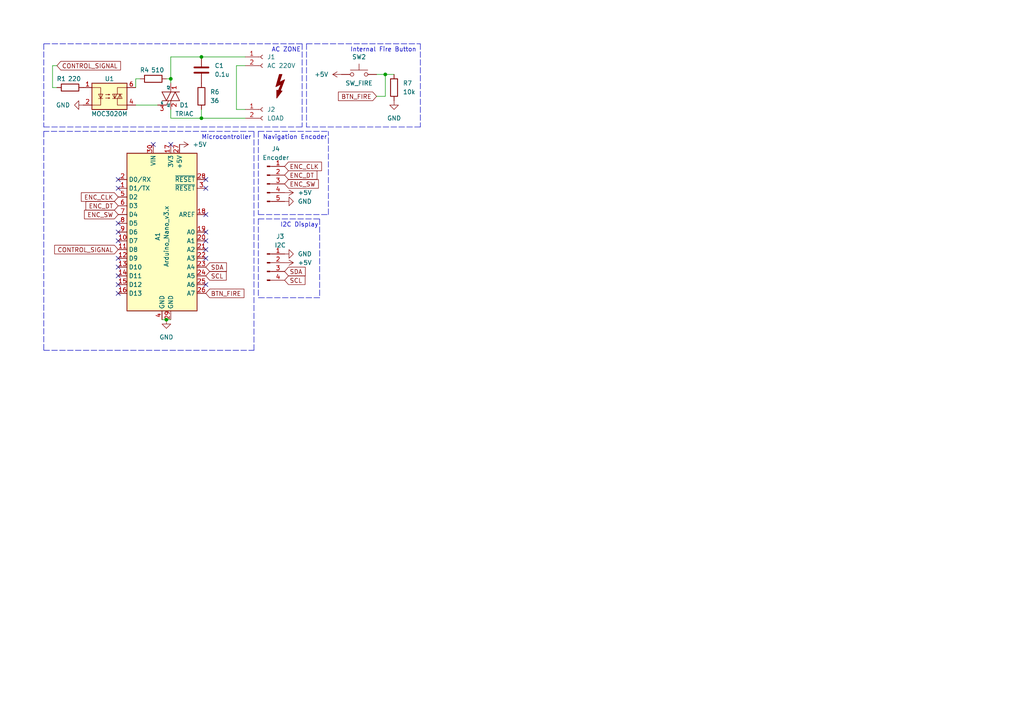
<source format=kicad_sch>
(kicad_sch (version 20211123) (generator eeschema)
  (paper "A4")
  (lib_symbols
    (symbol "Connector:Conn_01x02_Female" (pin_names (offset 1.016) hide)
      (property "Reference" "J" (at 0 2.54 0))
      (property "Value" "Conn_01x02_Female" (at 0 -5.08 0))
      (symbol "Conn_01x02_Female_1_1"
        (arc (start 0 -2.032) (mid -0.508 -2.54) (end 0 -3.048) (stroke (width 0.1524)))
        (polyline (pts (xy -1.27 -2.54) (xy -0.508 -2.54)) (stroke (width 0.1524)))
        (polyline (pts (xy -1.27 0) (xy -0.508 0)) (stroke (width 0.1524)))
        (arc (start 0 0.508) (mid -0.508 0) (end 0 -0.508) (stroke (width 0.1524)))
        (pin passive line (at -5.08 0 0) (length 3.81) (name "Pin_1") (number "1"))
        (pin passive line (at -5.08 -2.54 0) (length 3.81) (name "Pin_2") (number "2"))
      )
    )
    (symbol "Connector:Conn_01x04_Male" (pin_names (offset 1.016) hide)
      (property "Reference" "J" (at 0 5.08 0))
      (property "Value" "Conn_01x04_Male" (at 0 -7.62 0))
      (symbol "Conn_01x04_Male_1_1"
        (polyline (pts (xy 1.27 -5.08) (xy 0.8636 -5.08)) (stroke (width 0.1524)))
        (polyline (pts (xy 1.27 -2.54) (xy 0.8636 -2.54)) (stroke (width 0.1524)))
        (polyline (pts (xy 1.27 0) (xy 0.8636 0)) (stroke (width 0.1524)))
        (polyline (pts (xy 1.27 2.54) (xy 0.8636 2.54)) (stroke (width 0.1524)))
        (rectangle (start 0.8636 -4.953) (end 0 -5.207) (stroke (width 0.1524)) (fill (type outline)))
        (rectangle (start 0.8636 -2.413) (end 0 -2.667) (stroke (width 0.1524)) (fill (type outline)))
        (rectangle (start 0.8636 0.127) (end 0 -0.127) (stroke (width 0.1524)) (fill (type outline)))
        (rectangle (start 0.8636 2.667) (end 0 2.413) (stroke (width 0.1524)) (fill (type outline)))
        (pin passive line (at 5.08 2.54 180) (length 3.81) (name "Pin_1") (number "1"))
        (pin passive line (at 5.08 0 180) (length 3.81) (name "Pin_2") (number "2"))
        (pin passive line (at 5.08 -2.54 180) (length 3.81) (name "Pin_3") (number "3"))
        (pin passive line (at 5.08 -5.08 180) (length 3.81) (name "Pin_4") (number "4"))
      )
    )
    (symbol "Connector:Conn_01x05_Male" (pin_names (offset 1.016) hide)
      (property "Reference" "J" (at 0 7.62 0))
      (property "Value" "Conn_01x05_Male" (at 0 -7.62 0))
      (symbol "Conn_01x05_Male_1_1"
        (polyline (pts (xy 1.27 -5.08) (xy 0.8636 -5.08)) (stroke (width 0.1524)))
        (polyline (pts (xy 1.27 -2.54) (xy 0.8636 -2.54)) (stroke (width 0.1524)))
        (polyline (pts (xy 1.27 0) (xy 0.8636 0)) (stroke (width 0.1524)))
        (polyline (pts (xy 1.27 2.54) (xy 0.8636 2.54)) (stroke (width 0.1524)))
        (polyline (pts (xy 1.27 5.08) (xy 0.8636 5.08)) (stroke (width 0.1524)))
        (rectangle (start 0.8636 -4.953) (end 0 -5.207) (stroke (width 0.1524)) (fill (type outline)))
        (rectangle (start 0.8636 -2.413) (end 0 -2.667) (stroke (width 0.1524)) (fill (type outline)))
        (rectangle (start 0.8636 0.127) (end 0 -0.127) (stroke (width 0.1524)) (fill (type outline)))
        (rectangle (start 0.8636 2.667) (end 0 2.413) (stroke (width 0.1524)) (fill (type outline)))
        (rectangle (start 0.8636 5.207) (end 0 4.953) (stroke (width 0.1524)) (fill (type outline)))
        (pin passive line (at 5.08 5.08 180) (length 3.81) (name "Pin_1") (number "1"))
        (pin passive line (at 5.08 2.54 180) (length 3.81) (name "Pin_2") (number "2"))
        (pin passive line (at 5.08 0 180) (length 3.81) (name "Pin_3") (number "3"))
        (pin passive line (at 5.08 -2.54 180) (length 3.81) (name "Pin_4") (number "4"))
        (pin passive line (at 5.08 -5.08 180) (length 3.81) (name "Pin_5") (number "5"))
      )
    )
    (symbol "Device:C" (pin_numbers hide) (pin_names (offset 0.254))
      (property "Reference" "C" (at 0.635 2.54 0))
      (property "Value" "C" (at 0.635 -2.54 0))
      (symbol "C_0_1"
        (polyline (pts (xy -2.032 -0.762) (xy 2.032 -0.762)) (stroke (width 0.508)))
        (polyline (pts (xy -2.032 0.762) (xy 2.032 0.762)) (stroke (width 0.508)))
      )
      (symbol "C_1_1"
        (pin passive line (at 0 3.81 270) (length 2.794) (name "~") (number "1"))
        (pin passive line (at 0 -3.81 90) (length 2.794) (name "~") (number "2"))
      )
    )
    (symbol "Device:Q_TRIAC_A2A1G" (pin_names (offset 0))
      (property "Reference" "D" (at 3.175 0.635 0))
      (property "Value" "Q_TRIAC_A2A1G" (at 3.175 -1.27 0))
      (symbol "Q_TRIAC_A2A1G_0_1"
        (polyline (pts (xy -2.54 -1.27) (xy 2.54 -1.27)) (stroke (width 0.2032)))
        (polyline (pts (xy -2.54 1.27) (xy 2.54 1.27)) (stroke (width 0.2032)))
        (polyline (pts (xy -1.27 -2.54) (xy -0.635 -1.27)))
        (polyline (pts (xy -2.54 1.27) (xy -1.27 -1.27) (xy 0 1.27)) (stroke (width 0.2032)))
        (polyline (pts (xy 0 -1.27) (xy 1.27 1.27) (xy 2.54 -1.27)) (stroke (width 0.2032)))
      )
      (symbol "Q_TRIAC_A2A1G_1_1"
        (pin passive line (at 0 3.81 270) (length 2.54) (name "A2") (number "1"))
        (pin passive line (at 0 -3.81 90) (length 2.54) (name "A1") (number "2"))
        (pin input line (at -3.81 -2.54 0) (length 2.54) (name "G") (number "3"))
      )
    )
    (symbol "Device:R" (pin_numbers hide) (pin_names (offset 0))
      (property "Reference" "R" (at 2.032 0 90))
      (property "Value" "R" (at 0 0 90))
      (symbol "R_0_1"
        (rectangle (start -1.016 -2.54) (end 1.016 2.54) (stroke (width 0.254)))
      )
      (symbol "R_1_1"
        (pin passive line (at 0 3.81 270) (length 1.27) (name "~") (number "1"))
        (pin passive line (at 0 -3.81 90) (length 1.27) (name "~") (number "2"))
      )
    )
    (symbol "Graphic:SYM_Flash_Small" (pin_names (offset 1.016))
      (symbol "SYM_Flash_Small_0_1"
        (polyline (pts (xy 0.508 -1.016) (xy -1.016 -0.762) (xy -1.016 -3.048) (xy 0.508 -1.016)) (stroke (width 0.2032)) (fill (type outline)))
        (polyline (pts (xy -0.254 3.81) (xy 0.508 3.81) (xy -0.254 1.524) (xy 1.27 2.286) (xy 0 -1.016) (xy -0.508 -0.762) (xy 0.254 1.016) (xy -1.27 0.254) (xy -0.254 3.81)) (stroke (width 0.2032)) (fill (type outline)))
      )
    )
    (symbol "MCU_Module:Arduino_Nano_v3.x"
      (property "Reference" "A" (at -10.16 23.495 0))
      (property "Value" "Arduino_Nano_v3.x" (at 5.08 -24.13 0))
      (symbol "Arduino_Nano_v3.x_0_1"
        (rectangle (start -10.16 22.86) (end 10.16 -22.86) (stroke (width 0.254)) (fill (type background)))
      )
      (symbol "Arduino_Nano_v3.x_1_1"
        (pin bidirectional line (at -12.7 12.7 0) (length 2.54) (name "D1/TX") (number "1"))
        (pin bidirectional line (at -12.7 -2.54 0) (length 2.54) (name "D7") (number "10"))
        (pin bidirectional line (at -12.7 -5.08 0) (length 2.54) (name "D8") (number "11"))
        (pin bidirectional line (at -12.7 -7.62 0) (length 2.54) (name "D9") (number "12"))
        (pin bidirectional line (at -12.7 -10.16 0) (length 2.54) (name "D10") (number "13"))
        (pin bidirectional line (at -12.7 -12.7 0) (length 2.54) (name "D11") (number "14"))
        (pin bidirectional line (at -12.7 -15.24 0) (length 2.54) (name "D12") (number "15"))
        (pin bidirectional line (at -12.7 -17.78 0) (length 2.54) (name "D13") (number "16"))
        (pin power_out line (at 2.54 25.4 270) (length 2.54) (name "3V3") (number "17"))
        (pin input line (at 12.7 5.08 180) (length 2.54) (name "AREF") (number "18"))
        (pin bidirectional line (at 12.7 0 180) (length 2.54) (name "A0") (number "19"))
        (pin bidirectional line (at -12.7 15.24 0) (length 2.54) (name "D0/RX") (number "2"))
        (pin bidirectional line (at 12.7 -2.54 180) (length 2.54) (name "A1") (number "20"))
        (pin bidirectional line (at 12.7 -5.08 180) (length 2.54) (name "A2") (number "21"))
        (pin bidirectional line (at 12.7 -7.62 180) (length 2.54) (name "A3") (number "22"))
        (pin bidirectional line (at 12.7 -10.16 180) (length 2.54) (name "A4") (number "23"))
        (pin bidirectional line (at 12.7 -12.7 180) (length 2.54) (name "A5") (number "24"))
        (pin bidirectional line (at 12.7 -15.24 180) (length 2.54) (name "A6") (number "25"))
        (pin bidirectional line (at 12.7 -17.78 180) (length 2.54) (name "A7") (number "26"))
        (pin power_out line (at 5.08 25.4 270) (length 2.54) (name "+5V") (number "27"))
        (pin input line (at 12.7 15.24 180) (length 2.54) (name "~{RESET}") (number "28"))
        (pin power_in line (at 2.54 -25.4 90) (length 2.54) (name "GND") (number "29"))
        (pin input line (at 12.7 12.7 180) (length 2.54) (name "~{RESET}") (number "3"))
        (pin power_in line (at -2.54 25.4 270) (length 2.54) (name "VIN") (number "30"))
        (pin power_in line (at 0 -25.4 90) (length 2.54) (name "GND") (number "4"))
        (pin bidirectional line (at -12.7 10.16 0) (length 2.54) (name "D2") (number "5"))
        (pin bidirectional line (at -12.7 7.62 0) (length 2.54) (name "D3") (number "6"))
        (pin bidirectional line (at -12.7 5.08 0) (length 2.54) (name "D4") (number "7"))
        (pin bidirectional line (at -12.7 2.54 0) (length 2.54) (name "D5") (number "8"))
        (pin bidirectional line (at -12.7 0 0) (length 2.54) (name "D6") (number "9"))
      )
    )
    (symbol "Relay_SolidState:MOC3020M"
      (property "Reference" "U" (at -5.334 4.826 0))
      (property "Value" "MOC3020M" (at 0 5.08 0))
      (symbol "MOC3020M_0_1"
        (rectangle (start -5.08 3.81) (end 5.08 -3.81) (stroke (width 0.254)) (fill (type background)))
        (polyline (pts (xy -3.175 -0.635) (xy -1.905 -0.635)))
        (polyline (pts (xy 1.524 -0.635) (xy 1.524 0.635)))
        (polyline (pts (xy 3.048 0.635) (xy 3.048 -0.635)))
        (polyline (pts (xy 2.286 -0.635) (xy 2.286 -2.54) (xy 5.08 -2.54)))
        (polyline (pts (xy 2.286 0.635) (xy 2.286 2.54) (xy 5.08 2.54)))
        (polyline (pts (xy -5.08 2.54) (xy -2.54 2.54) (xy -2.54 -2.54) (xy -5.08 -2.54)))
        (polyline (pts (xy -2.54 -0.635) (xy -3.175 0.635) (xy -1.905 0.635) (xy -2.54 -0.635)))
        (polyline (pts (xy 0.889 -0.635) (xy 3.683 -0.635) (xy 3.048 0.635) (xy 2.413 -0.635)))
        (polyline (pts (xy 3.683 0.635) (xy 0.889 0.635) (xy 1.524 -0.635) (xy 2.159 0.635)))
        (polyline (pts (xy -1.143 -0.508) (xy 0.127 -0.508) (xy -0.254 -0.635) (xy -0.254 -0.381) (xy 0.127 -0.508)))
        (polyline (pts (xy -1.143 0.508) (xy 0.127 0.508) (xy -0.254 0.381) (xy -0.254 0.635) (xy 0.127 0.508)))
      )
      (symbol "MOC3020M_1_1"
        (pin passive line (at -7.62 2.54 0) (length 2.54) (name "~") (number "1"))
        (pin passive line (at -7.62 -2.54 0) (length 2.54) (name "~") (number "2"))
        (pin no_connect line (at -5.08 0 0) (length 2.54) hide (name "NC") (number "3"))
        (pin passive line (at 7.62 -2.54 180) (length 2.54) (name "~") (number "4"))
        (pin no_connect line (at 5.08 0 180) (length 2.54) hide (name "NC") (number "5"))
        (pin passive line (at 7.62 2.54 180) (length 2.54) (name "~") (number "6"))
      )
    )
    (symbol "Switch:SW_Push" (pin_numbers hide) (pin_names (offset 1.016) hide)
      (property "Reference" "SW" (at 1.27 2.54 0))
      (property "Value" "SW_Push" (at 0 -1.524 0))
      (symbol "SW_Push_0_1"
        (circle (center -2.032 0) (radius 0.508))
        (polyline (pts (xy 0 1.27) (xy 0 3.048)))
        (polyline (pts (xy 2.54 1.27) (xy -2.54 1.27)))
        (circle (center 2.032 0) (radius 0.508))
        (pin passive line (at -5.08 0 0) (length 2.54) (name "1") (number "1"))
        (pin passive line (at 5.08 0 180) (length 2.54) (name "2") (number "2"))
      )
    )
    (symbol "power:+5V" (power) (pin_names (offset 0))
      (property "Value" "+5V" (at 0 3.556 0))
      (symbol "+5V_0_1"
        (polyline (pts (xy -0.762 1.27) (xy 0 2.54)))
        (polyline (pts (xy 0 0) (xy 0 2.54)))
        (polyline (pts (xy 0 2.54) (xy 0.762 1.27)))
      )
      (symbol "+5V_1_1"
        (pin power_in line (at 0 0 90) (length 0) hide (name "+5V") (number "1"))
      )
    )
    (symbol "power:GND" (power) (pin_names (offset 0))
      (property "Value" "GND" (at 0 -3.81 0))
      (symbol "GND_0_1"
        (polyline (pts (xy 0 0) (xy 0 -1.27) (xy 1.27 -1.27) (xy 0 -2.54) (xy -1.27 -1.27) (xy 0 -1.27)))
      )
      (symbol "GND_1_1"
        (pin power_in line (at 0 0 270) (length 0) hide (name "GND") (number "1"))
      )
    )
  )
  (junction (at 49.53 22.86))
  (junction (at 111.76 21.59))
  (junction (at 58.42 16.51))
  (junction (at 58.42 34.29))
  (junction (at 48.26 92.71))
  (no_connect (at 34.29 67.31))
  (no_connect (at 34.29 64.77))
  (no_connect (at 34.29 82.55))
  (no_connect (at 34.29 80.01))
  (no_connect (at 34.29 77.47))
  (no_connect (at 34.29 74.93))
  (no_connect (at 34.29 52.07))
  (no_connect (at 59.69 82.55))
  (no_connect (at 59.69 62.23))
  (no_connect (at 34.29 54.61))
  (no_connect (at 59.69 54.61))
  (no_connect (at 59.69 72.39))
  (no_connect (at 59.69 69.85))
  (no_connect (at 59.69 74.93))
  (no_connect (at 59.69 67.31))
  (no_connect (at 44.45 41.91))
  (no_connect (at 49.53 41.91))
  (no_connect (at 59.69 52.07))
  (no_connect (at 34.29 85.09))
  (no_connect (at 34.29 69.85))
  (polyline (pts (xy 74.93 38.1) (xy 74.93 62.23)))
  (polyline (pts (xy 74.93 62.23) (xy 95.25 62.23)))
  (polyline (pts (xy 88.9 12.7) (xy 121.92 12.7)))
  (polyline (pts (xy 12.7 12.7) (xy 12.7 36.83)))
  (wire (pts (xy 16.51 25.4) (xy 15.24 25.4)))
  (wire (pts (xy 15.24 25.4) (xy 15.24 19.05)))
  (polyline (pts (xy 12.7 101.6) (xy 73.66 101.6)))
  (polyline (pts (xy 92.71 86.36) (xy 74.93 86.36)))
  (polyline (pts (xy 12.7 36.83) (xy 87.63 36.83)))
  (wire (pts (xy 111.76 21.59) (xy 111.76 27.94)))
  (wire (pts (xy 39.37 25.4) (xy 39.37 22.86)))
  (wire (pts (xy 58.42 34.29) (xy 71.12 34.29)))
  (wire (pts (xy 49.53 31.75) (xy 49.53 34.29)))
  (wire (pts (xy 46.99 92.71) (xy 48.26 92.71)))
  (polyline (pts (xy 73.66 101.6) (xy 73.66 38.1)))
  (wire (pts (xy 49.53 22.86) (xy 49.53 24.13)))
  (polyline (pts (xy 121.92 36.83) (xy 88.9 36.83)))
  (wire (pts (xy 48.26 92.71) (xy 49.53 92.71)))
  (polyline (pts (xy 121.92 12.7) (xy 121.92 36.83)))
  (wire (pts (xy 111.76 21.59) (xy 114.3 21.59)))
  (wire (pts (xy 48.26 22.86) (xy 49.53 22.86)))
  (wire (pts (xy 71.12 31.75) (xy 68.58 31.75)))
  (wire (pts (xy 39.37 30.48) (xy 45.72 30.48)))
  (polyline (pts (xy 73.66 38.1) (xy 12.7 38.1)))
  (polyline (pts (xy 74.93 38.1) (xy 95.25 38.1)))
  (polyline (pts (xy 87.63 12.7) (xy 12.7 12.7)))
  (polyline (pts (xy 12.7 38.1) (xy 12.7 101.6)))
  (polyline (pts (xy 92.71 63.5) (xy 92.71 86.36)))
  (wire (pts (xy 58.42 16.51) (xy 49.53 16.51)))
  (wire (pts (xy 109.22 21.59) (xy 111.76 21.59)))
  (polyline (pts (xy 95.25 62.23) (xy 95.25 38.1)))
  (polyline (pts (xy 74.93 63.5) (xy 74.93 86.36)))
  (polyline (pts (xy 87.63 12.7) (xy 87.63 36.83)))
  (wire (pts (xy 49.53 34.29) (xy 58.42 34.29)))
  (wire (pts (xy 49.53 16.51) (xy 49.53 22.86)))
  (wire (pts (xy 39.37 22.86) (xy 40.64 22.86)))
  (wire (pts (xy 111.76 27.94) (xy 109.22 27.94)))
  (wire (pts (xy 68.58 19.05) (xy 71.12 19.05)))
  (wire (pts (xy 15.24 19.05) (xy 16.51 19.05)))
  (polyline (pts (xy 88.9 12.7) (xy 88.9 36.83)))
  (wire (pts (xy 58.42 16.51) (xy 71.12 16.51)))
  (wire (pts (xy 58.42 34.29) (xy 58.42 31.75)))
  (wire (pts (xy 68.58 31.75) (xy 68.58 19.05)))
  (polyline (pts (xy 74.93 63.5) (xy 92.71 63.5)))
  (text "AC ZONE" (at 78.74 15.24 0) (effects (font (size 1.27 1.27)) (justify left bottom)))
  (text "Navigation Encoder" (at 76.2 40.64 0) (effects (font (size 1.27 1.27)) (justify left bottom)))
  (text "I2C Display" (at 81.28 66.04 0) (effects (font (size 1.27 1.27)) (justify left bottom)))
  (text "Microcontroller" (at 58.42 40.64 0) (effects (font (size 1.27 1.27)) (justify left bottom)))
  (text "Internal Fire Button" (at 101.6 15.24 0) (effects (font (size 1.27 1.27)) (justify left bottom)))
  (global_label "BTN_FIRE" (shape input) (at 109.22 27.94 180) (property "Intersheet References" "${INTERSHEET_REFS}" (effects hide)))
  (global_label "ENC_CLK" (shape input) (at 34.29 57.15 180) (property "Intersheet References" "${INTERSHEET_REFS}" (effects hide)))
  (global_label "ENC_DT" (shape input) (at 82.55 50.8 0) (property "Intersheet References" "${INTERSHEET_REFS}" (effects hide)))
  (global_label "ENC_DT" (shape input) (at 34.29 59.69 180) (property "Intersheet References" "${INTERSHEET_REFS}" (effects hide)))
  (global_label "ENC_SW" (shape input) (at 82.55 53.34 0) (property "Intersheet References" "${INTERSHEET_REFS}" (effects hide)))
  (global_label "ENC_CLK" (shape input) (at 82.55 48.26 0) (property "Intersheet References" "${INTERSHEET_REFS}" (effects hide)))
  (global_label "SDA" (shape input) (at 82.55 78.74 0) (property "Intersheet References" "${INTERSHEET_REFS}" (effects hide)))
  (global_label "SDA" (shape input) (at 59.69 77.47 0) (property "Intersheet References" "${INTERSHEET_REFS}" (effects hide)))
  (global_label "BTN_FIRE" (shape input) (at 59.69 85.09 0) (property "Intersheet References" "${INTERSHEET_REFS}" (effects hide)))
  (global_label "SCL" (shape input) (at 59.69 80.01 0) (property "Intersheet References" "${INTERSHEET_REFS}" (effects hide)))
  (global_label "CONTROL_SIGNAL" (shape input) (at 34.29 72.39 180) (property "Intersheet References" "${INTERSHEET_REFS}" (effects hide)))
  (global_label "CONTROL_SIGNAL" (shape input) (at 16.51 19.05 0) (property "Intersheet References" "${INTERSHEET_REFS}" (effects hide)))
  (global_label "SCL" (shape input) (at 82.55 81.28 0) (property "Intersheet References" "${INTERSHEET_REFS}" (effects hide)))
  (global_label "ENC_SW" (shape input) (at 34.29 62.23 180) (property "Intersheet References" "${INTERSHEET_REFS}" (effects hide)))
  (symbol (lib_id "MCU_Module:Arduino_Nano_v3.x") (at 46.99 67.31 0) (unit 1)
    (property "Reference" "A1" (at 45.72 69.85 90) (effects (justify left)))
    (property "Value" "Arduino_Nano_v3.x" (at 48.26 77.47 90) (effects (justify left)))
    (property "Footprint" "Module:Arduino_Nano" (effects hide))
    (property "Datasheet" "http://www.mouser.com/pdfdocs/Gravitech_Arduino_Nano3_0.pdf" (effects hide))
  )
  (symbol (lib_id "Device:Q_TRIAC_A2A1G") (at 49.53 27.94 0) (unit 1)
    (property "Reference" "D1" (at 52.07 30.48 0) (effects (justify left)))
    (property "Value" "TRIAC" (at 50.8 33.02 0) (effects (justify left)))
    (property "Footprint" "Package_TO_SOT_THT:TO-220-3_Vertical" (effects hide))
  )
  (symbol (lib_id "Device:R") (at 44.45 22.86 90) (unit 1)
    (property "Reference" "R4" (at 41.91 20.32 90))
    (property "Value" "510" (at 45.72 20.32 90))
    (property "Footprint" "Resistor_THT:R_Axial_DIN0207_L6.3mm_D2.5mm_P10.16mm_Horizontal" (effects hide))
  )
  (symbol (lib_id "Connector:Conn_01x02_Female") (at 76.2 31.75 0) (unit 1)
    (property "Reference" "J2" (at 77.47 31.7499 0) (effects (justify left)))
    (property "Value" "LOAD" (at 77.47 34.2899 0) (effects (justify left)))
    (property "Footprint" "TerminalBlock:TerminalBlock_bornier-2_P5.08mm" (effects hide))
  )
  (symbol (lib_id "power:GND") (at 114.3 29.21 0) (unit 1)
    (property "Reference" "#PWR0109" (effects hide))
    (property "Value" "GND" (at 114.3 34.29 0))
  )
  (symbol (lib_id "Switch:SW_Push") (at 104.14 21.59 0) (unit 1)
    (property "Reference" "SW2" (at 104.14 16.51 0))
    (property "Value" "SW_FIRE" (at 104.14 24.13 0))
    (property "Footprint" "Connector_PinHeader_2.54mm:PinHeader_1x02_P2.54mm_Vertical" (effects hide))
  )
  (symbol (lib_id "Connector:Conn_01x04_Male") (at 77.47 76.2 0) (unit 1)
    (property "Reference" "J3" (at 81.28 68.58 0))
    (property "Value" "I2C" (at 81.28 71.12 0))
    (property "Footprint" "Connector_PinHeader_2.54mm:PinHeader_1x04_P2.54mm_Vertical" (effects hide))
  )
  (symbol (lib_id "power:GND") (at 24.13 30.48 270) (unit 1)
    (property "Reference" "#PWR0107" (effects hide))
    (property "Value" "GND" (at 20.32 30.4799 90) (effects (justify right)))
  )
  (symbol (lib_id "Relay_SolidState:MOC3020M") (at 31.75 27.94 0) (unit 1)
    (property "Reference" "U1" (at 31.75 22.86 0))
    (property "Value" "MOC3020M" (at 31.75 33.02 0))
    (property "Footprint" "Package_DIP:DIP-6_W7.62mm_LongPads" (effects hide))
    (property "Datasheet" "https://www.onsemi.com/pub/Collateral/MOC3023M-D.PDF" (effects hide))
  )
  (symbol (lib_id "Connector:Conn_01x05_Male") (at 77.47 53.34 0) (unit 1)
    (property "Reference" "J4" (at 80.01 43.18 0))
    (property "Value" "Encoder" (at 80.01 45.72 0))
    (property "Footprint" "Connector_PinHeader_2.54mm:PinHeader_1x05_P2.54mm_Vertical" (effects hide))
  )
  (symbol (lib_id "power:+5V") (at 52.07 41.91 270) (unit 1)
    (property "Reference" "#PWR0117" (effects hide))
    (property "Value" "+5V" (at 55.88 41.9099 90) (effects (justify left)))
  )
  (symbol (lib_id "power:+5V") (at 82.55 76.2 270) (unit 1)
    (property "Reference" "#PWR0110" (effects hide))
    (property "Value" "+5V" (at 86.36 76.1999 90) (effects (justify left)))
  )
  (symbol (lib_id "Device:R") (at 58.42 27.94 0) (unit 1)
    (property "Reference" "R6" (at 60.96 26.6699 0) (effects (justify left)))
    (property "Value" "36" (at 60.96 29.2099 0) (effects (justify left)))
    (property "Footprint" "Resistor_THT:R_Axial_DIN0207_L6.3mm_D2.5mm_P10.16mm_Horizontal" (effects hide))
  )
  (symbol (lib_id "Graphic:SYM_Flash_Small") (at 81.28 25.4 0) (unit 1)
    (property "Reference" "#SYM1" (effects hide))
    (property "Value" "SYM_Flash_Small" (effects hide))
  )
  (symbol (lib_id "power:GND") (at 82.55 58.42 90) (unit 1)
    (property "Reference" "#PWR0102" (effects hide))
    (property "Value" "GND" (at 86.36 58.4199 90) (effects (justify right)))
  )
  (symbol (lib_id "power:GND") (at 48.26 92.71 0) (unit 1)
    (property "Reference" "#PWR0101" (effects hide))
    (property "Value" "GND" (at 48.26 97.79 0))
  )
  (symbol (lib_id "power:GND") (at 82.55 73.66 90) (unit 1)
    (property "Reference" "#PWR0108" (effects hide))
    (property "Value" "GND" (at 86.36 73.6599 90) (effects (justify right)))
  )
  (symbol (lib_id "Device:R") (at 114.3 25.4 180) (unit 1)
    (property "Reference" "R7" (at 116.84 24.1299 0) (effects (justify right)))
    (property "Value" "10k" (at 116.84 26.6699 0) (effects (justify right)))
    (property "Footprint" "Resistor_THT:R_Axial_DIN0207_L6.3mm_D2.5mm_P10.16mm_Horizontal" (effects hide))
  )
  (symbol (lib_id "Connector:Conn_01x02_Female") (at 76.2 16.51 0) (unit 1)
    (property "Reference" "J1" (at 77.47 16.5099 0) (effects (justify left)))
    (property "Value" "AC 220V" (at 77.47 19.0499 0) (effects (justify left)))
    (property "Footprint" "TerminalBlock:TerminalBlock_bornier-2_P5.08mm" (effects hide))
  )
  (symbol (lib_id "Device:R") (at 20.32 25.4 90) (unit 1)
    (property "Reference" "R1" (at 17.78 22.86 90))
    (property "Value" "220" (at 21.59 22.86 90))
    (property "Footprint" "Resistor_THT:R_Axial_DIN0207_L6.3mm_D2.5mm_P10.16mm_Horizontal" (effects hide))
  )
  (symbol (lib_id "Device:C") (at 58.42 20.32 0) (unit 1)
    (property "Reference" "C1" (at 62.23 19.0499 0) (effects (justify left)))
    (property "Value" "0.1u" (at 62.23 21.5899 0) (effects (justify left)))
    (property "Footprint" "Capacitor_THT:C_Rect_L18.0mm_W6.0mm_P15.00mm_FKS3_FKP3" (effects hide))
  )
  (symbol (lib_id "power:+5V") (at 99.06 21.59 90) (unit 1)
    (property "Reference" "#PWR0115" (effects hide))
    (property "Value" "+5V" (at 95.25 21.5899 90) (effects (justify left)))
  )
  (symbol (lib_id "power:+5V") (at 82.55 55.88 270) (unit 1)
    (property "Reference" "#PWR0103" (effects hide))
    (property "Value" "+5V" (at 86.36 55.8799 90) (effects (justify left)))
  )
)
</source>
